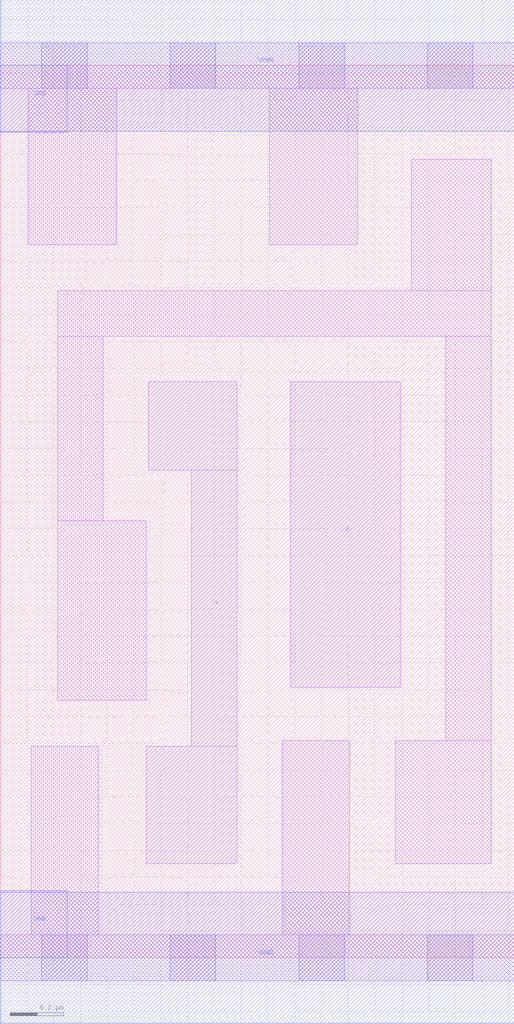
<source format=lef>
# Copyright 2020 The SkyWater PDK Authors
#
# Licensed under the Apache License, Version 2.0 (the "License");
# you may not use this file except in compliance with the License.
# You may obtain a copy of the License at
#
#     https://www.apache.org/licenses/LICENSE-2.0
#
# Unless required by applicable law or agreed to in writing, software
# distributed under the License is distributed on an "AS IS" BASIS,
# WITHOUT WARRANTIES OR CONDITIONS OF ANY KIND, either express or implied.
# See the License for the specific language governing permissions and
# limitations under the License.
#
# SPDX-License-Identifier: Apache-2.0

VERSION 5.5 ;
NAMESCASESENSITIVE ON ;
BUSBITCHARS "[]" ;
DIVIDERCHAR "/" ;
MACRO sky130_fd_sc_hs__clkbuf_2
  CLASS CORE ;
  SOURCE USER ;
  ORIGIN  0.000000  0.000000 ;
  SIZE  1.920000 BY  3.330000 ;
  SYMMETRY X Y ;
  SITE unit ;
  PIN A
    ANTENNAGATEAREA  0.231000 ;
    DIRECTION INPUT ;
    USE SIGNAL ;
    PORT
      LAYER li1 ;
        RECT 1.085000 1.010000 1.495000 2.150000 ;
    END
  END A
  PIN X
    ANTENNADIFFAREA  0.453600 ;
    DIRECTION OUTPUT ;
    USE SIGNAL ;
    PORT
      LAYER li1 ;
        RECT 0.545000 0.350000 0.885000 0.790000 ;
        RECT 0.555000 1.820000 0.885000 2.150000 ;
        RECT 0.715000 0.790000 0.885000 1.820000 ;
    END
  END X
  PIN VGND
    DIRECTION INOUT ;
    USE GROUND ;
    PORT
      LAYER met1 ;
        RECT 0.000000 -0.245000 1.920000 0.245000 ;
    END
  END VGND
  PIN VNB
    DIRECTION INOUT ;
    USE GROUND ;
    PORT
      LAYER met1 ;
        RECT 0.000000 0.000000 0.250000 0.250000 ;
    END
  END VNB
  PIN VPB
    DIRECTION INOUT ;
    USE POWER ;
    PORT
      LAYER met1 ;
        RECT 0.000000 3.080000 0.250000 3.330000 ;
    END
  END VPB
  PIN VPWR
    DIRECTION INOUT ;
    USE POWER ;
    PORT
      LAYER met1 ;
        RECT 0.000000 3.085000 1.920000 3.575000 ;
    END
  END VPWR
  OBS
    LAYER li1 ;
      RECT 0.000000 -0.085000 1.920000 0.085000 ;
      RECT 0.000000  3.245000 1.920000 3.415000 ;
      RECT 0.105000  2.660000 0.435000 3.245000 ;
      RECT 0.115000  0.085000 0.365000 0.790000 ;
      RECT 0.215000  0.960000 0.545000 1.630000 ;
      RECT 0.215000  1.630000 0.385000 2.320000 ;
      RECT 0.215000  2.320000 1.835000 2.490000 ;
      RECT 1.005000  2.660000 1.335000 3.245000 ;
      RECT 1.055000  0.085000 1.305000 0.810000 ;
      RECT 1.475000  0.350000 1.835000 0.810000 ;
      RECT 1.535000  2.490000 1.835000 2.980000 ;
      RECT 1.665000  0.810000 1.835000 2.320000 ;
    LAYER mcon ;
      RECT 0.155000 -0.085000 0.325000 0.085000 ;
      RECT 0.155000  3.245000 0.325000 3.415000 ;
      RECT 0.635000 -0.085000 0.805000 0.085000 ;
      RECT 0.635000  3.245000 0.805000 3.415000 ;
      RECT 1.115000 -0.085000 1.285000 0.085000 ;
      RECT 1.115000  3.245000 1.285000 3.415000 ;
      RECT 1.595000 -0.085000 1.765000 0.085000 ;
      RECT 1.595000  3.245000 1.765000 3.415000 ;
  END
END sky130_fd_sc_hs__clkbuf_2

</source>
